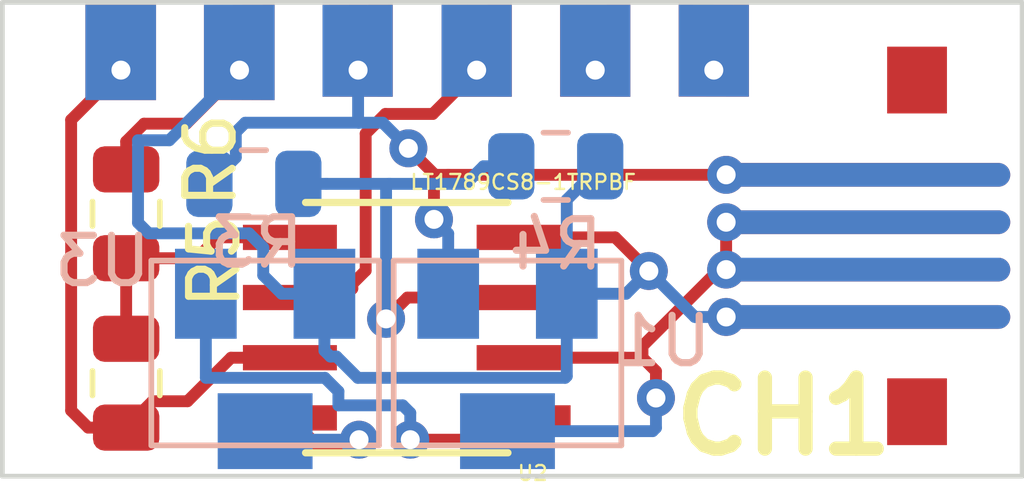
<source format=kicad_pcb>
(kicad_pcb (version 20171130) (host pcbnew "(5.1.0)-1")

  (general
    (thickness 1.6)
    (drawings 43)
    (tracks 140)
    (zones 0)
    (modules 7)
    (nets 10)
  )

  (page A4)
  (layers
    (0 F.Cu signal)
    (31 B.Cu signal)
    (32 B.Adhes user)
    (33 F.Adhes user)
    (34 B.Paste user)
    (35 F.Paste user)
    (36 B.SilkS user)
    (37 F.SilkS user)
    (38 B.Mask user)
    (39 F.Mask user)
    (40 Dwgs.User user)
    (41 Cmts.User user)
    (42 Eco1.User user)
    (43 Eco2.User user)
    (44 Edge.Cuts user)
    (45 Margin user)
    (46 B.CrtYd user)
    (47 F.CrtYd user)
    (48 B.Fab user)
    (49 F.Fab user)
  )

  (setup
    (last_trace_width 0.25)
    (trace_clearance 0.2)
    (zone_clearance 0.508)
    (zone_45_only no)
    (trace_min 0.2)
    (via_size 0.8)
    (via_drill 0.4)
    (via_min_size 0.4)
    (via_min_drill 0.3)
    (uvia_size 0.3)
    (uvia_drill 0.1)
    (uvias_allowed no)
    (uvia_min_size 0.2)
    (uvia_min_drill 0.1)
    (edge_width 0.05)
    (segment_width 0.2)
    (pcb_text_width 0.3)
    (pcb_text_size 1.5 1.5)
    (mod_edge_width 0.12)
    (mod_text_size 1 1)
    (mod_text_width 0.15)
    (pad_size 1.9812 0.5334)
    (pad_drill 0)
    (pad_to_mask_clearance 0.051)
    (solder_mask_min_width 0.25)
    (aux_axis_origin 0 0)
    (visible_elements 7FFFFFFF)
    (pcbplotparams
      (layerselection 0x010fc_ffffffff)
      (usegerberextensions true)
      (usegerberattributes false)
      (usegerberadvancedattributes false)
      (creategerberjobfile false)
      (excludeedgelayer true)
      (linewidth 0.100000)
      (plotframeref false)
      (viasonmask false)
      (mode 1)
      (useauxorigin false)
      (hpglpennumber 1)
      (hpglpenspeed 20)
      (hpglpendiameter 15.000000)
      (psnegative false)
      (psa4output false)
      (plotreference true)
      (plotvalue false)
      (plotinvisibletext false)
      (padsonsilk false)
      (subtractmaskfromsilk false)
      (outputformat 1)
      (mirror false)
      (drillshape 0)
      (scaleselection 1)
      (outputdirectory "gerbers_first/"))
  )

  (net 0 "")
  (net 1 "Net-(U2-Pad8)")
  (net 2 5V)
  (net 3 "Net-(R5-Pad2)")
  (net 4 GND)
  (net 5 "Net-(R3-Pad2)")
  (net 6 "Net-(R1-Pad2)")
  (net 7 "Net-(U2-Pad1)")
  (net 8 1V)
  (net 9 A0)

  (net_class Default "Ceci est la Netclass par défaut."
    (clearance 0.2)
    (trace_width 0.25)
    (via_dia 0.8)
    (via_drill 0.4)
    (uvia_dia 0.3)
    (uvia_drill 0.1)
    (add_net 1V)
    (add_net 5V)
    (add_net A0)
    (add_net GND)
    (add_net "Net-(R1-Pad2)")
    (add_net "Net-(R3-Pad2)")
    (add_net "Net-(R5-Pad2)")
    (add_net "Net-(U2-Pad1)")
    (add_net "Net-(U2-Pad8)")
  )

  (module xMotion:SO-8_S (layer F.Cu) (tedit 0) (tstamp 5D8CE07B)
    (at 138.5262 109.935 180)
    (path /5D8C7368)
    (attr smd)
    (fp_text reference U2 (at -2.6544 -3.0717 180) (layer F.SilkS)
      (effects (font (size 0.314961 0.314961) (thickness 0.05)))
    )
    (fp_text value LT1789CS8-1TRPBF (at -2.4544 3.0717 180) (layer F.SilkS)
      (effects (font (size 0.314961 0.314961) (thickness 0.05)))
    )
    (fp_line (start 2.1336 -2.6416) (end -2.1336 -2.6416) (layer F.SilkS) (width 0.1524))
    (fp_line (start -2.1336 2.6416) (end 2.1336 2.6416) (layer F.SilkS) (width 0.1524))
    (fp_arc (start 0 -2.5019) (end -0.3048 -2.4892) (angle -180) (layer Eco2.User) (width 0.1524))
    (fp_line (start -1.9812 -2.4892) (end -1.9812 2.4892) (layer Eco2.User) (width 0.1524))
    (fp_line (start -0.3048 -2.4892) (end -1.9812 -2.4892) (layer Eco2.User) (width 0.1524))
    (fp_line (start 1.9812 -2.4892) (end -0.3048 -2.4892) (layer Eco2.User) (width 0.1524))
    (fp_line (start 1.9812 2.4892) (end 1.9812 -2.4892) (layer Eco2.User) (width 0.1524))
    (fp_line (start -1.9812 2.4892) (end 1.9812 2.4892) (layer Eco2.User) (width 0.1524))
    (fp_line (start 3.0988 -2.159) (end 1.9812 -2.1336) (layer Eco2.User) (width 0.1524))
    (fp_line (start 3.0988 -1.6764) (end 3.0988 -2.159) (layer Eco2.User) (width 0.1524))
    (fp_line (start 1.9812 -1.6764) (end 3.0988 -1.6764) (layer Eco2.User) (width 0.1524))
    (fp_line (start 1.9812 -2.1336) (end 1.9812 -1.6764) (layer Eco2.User) (width 0.1524))
    (fp_line (start 3.0988 -0.889) (end 1.9812 -0.8636) (layer Eco2.User) (width 0.1524))
    (fp_line (start 3.0988 -0.4064) (end 3.0988 -0.889) (layer Eco2.User) (width 0.1524))
    (fp_line (start 1.9812 -0.4064) (end 3.0988 -0.4064) (layer Eco2.User) (width 0.1524))
    (fp_line (start 1.9812 -0.8636) (end 1.9812 -0.4064) (layer Eco2.User) (width 0.1524))
    (fp_line (start 3.0988 0.381) (end 1.9812 0.4064) (layer Eco2.User) (width 0.1524))
    (fp_line (start 3.0988 0.8636) (end 3.0988 0.381) (layer Eco2.User) (width 0.1524))
    (fp_line (start 1.9812 0.8636) (end 3.0988 0.8636) (layer Eco2.User) (width 0.1524))
    (fp_line (start 1.9812 0.4064) (end 1.9812 0.8636) (layer Eco2.User) (width 0.1524))
    (fp_line (start 3.0988 1.651) (end 1.9812 1.6764) (layer Eco2.User) (width 0.1524))
    (fp_line (start 3.0988 2.1336) (end 3.0988 1.651) (layer Eco2.User) (width 0.1524))
    (fp_line (start 1.9812 2.1336) (end 3.0988 2.1336) (layer Eco2.User) (width 0.1524))
    (fp_line (start 1.9812 1.6764) (end 1.9812 2.1336) (layer Eco2.User) (width 0.1524))
    (fp_line (start -3.0988 2.159) (end -1.9812 2.1336) (layer Eco2.User) (width 0.1524))
    (fp_line (start -3.0988 1.6764) (end -3.0988 2.159) (layer Eco2.User) (width 0.1524))
    (fp_line (start -1.9812 1.6764) (end -3.0988 1.6764) (layer Eco2.User) (width 0.1524))
    (fp_line (start -1.9812 2.1336) (end -1.9812 1.6764) (layer Eco2.User) (width 0.1524))
    (fp_line (start -3.0988 0.889) (end -1.9812 0.8636) (layer Eco2.User) (width 0.1524))
    (fp_line (start -3.0988 0.4064) (end -3.0988 0.889) (layer Eco2.User) (width 0.1524))
    (fp_line (start -1.9812 0.4064) (end -3.0988 0.4064) (layer Eco2.User) (width 0.1524))
    (fp_line (start -1.9812 0.8636) (end -1.9812 0.4064) (layer Eco2.User) (width 0.1524))
    (fp_line (start -3.0988 -0.381) (end -1.9812 -0.4064) (layer Eco2.User) (width 0.1524))
    (fp_line (start -3.0988 -0.8636) (end -3.0988 -0.381) (layer Eco2.User) (width 0.1524))
    (fp_line (start -1.9812 -0.8636) (end -3.0988 -0.8636) (layer Eco2.User) (width 0.1524))
    (fp_line (start -1.9812 -0.4064) (end -1.9812 -0.8636) (layer Eco2.User) (width 0.1524))
    (fp_line (start -3.0988 -1.651) (end -1.9812 -1.6764) (layer Eco2.User) (width 0.1524))
    (fp_line (start -3.0988 -2.1336) (end -3.0988 -1.651) (layer Eco2.User) (width 0.1524))
    (fp_line (start -1.9812 -2.1336) (end -3.0988 -2.1336) (layer Eco2.User) (width 0.1524))
    (fp_line (start -1.9812 -1.6764) (end -1.9812 -2.1336) (layer Eco2.User) (width 0.1524))
    (pad 8 smd rect (at 2.4638 -1.905 180) (size 1.9812 0.5334) (layers F.Cu F.Paste F.Mask)
      (net 1 "Net-(U2-Pad8)"))
    (pad 7 smd rect (at 2.4638 -0.635 180) (size 1.9812 0.5334) (layers F.Cu F.Paste F.Mask)
      (net 2 5V))
    (pad 6 smd rect (at 2.4638 0.635 180) (size 1.9812 0.5334) (layers F.Cu F.Paste F.Mask)
      (net 9 A0))
    (pad 5 smd rect (at 2.4638 1.905 180) (size 1.9812 0.5334) (layers F.Cu F.Paste F.Mask)
      (net 3 "Net-(R5-Pad2)"))
    (pad 4 smd rect (at -2.4638 1.905 180) (size 1.9812 0.5334) (layers F.Cu F.Paste F.Mask)
      (net 4 GND))
    (pad 3 smd rect (at -2.4638 0.635 180) (size 1.9812 0.5334) (layers F.Cu F.Paste F.Mask)
      (net 5 "Net-(R3-Pad2)"))
    (pad 2 smd rect (at -2.4638 -0.635 180) (size 1.9812 0.5334) (layers F.Cu F.Paste F.Mask)
      (net 6 "Net-(R1-Pad2)"))
    (pad 1 smd rect (at -2.4638 -1.905 180) (size 1.9812 0.5334) (layers F.Cu F.Paste F.Mask)
      (net 7 "Net-(U2-Pad1)"))
  )

  (module xMotion:3214W-1-102E (layer B.Cu) (tedit 5D81FF2A) (tstamp 5D8CC99C)
    (at 135.54 112.12 90)
    (path /5D8C7B7F)
    (fp_text reference U3 (at 3.59 -3.43) (layer B.SilkS)
      (effects (font (size 1 1) (thickness 0.15)) (justify mirror))
    )
    (fp_text value 3214W-1-102E (at 5.49 0.82 180) (layer B.Fab)
      (effects (font (size 1 1) (thickness 0.15)) (justify mirror))
    )
    (fp_line (start -0.3 -2.4) (end 3.6 -2.4) (layer B.SilkS) (width 0.12))
    (fp_line (start 3.6 2.4) (end 3.6 -2.4) (layer B.SilkS) (width 0.12))
    (fp_line (start -0.3 -2.4) (end -0.3 2.4) (layer B.SilkS) (width 0.12))
    (fp_line (start -0.3 2.4) (end 3.6 2.4) (layer B.SilkS) (width 0.12))
    (pad 3 smd rect (at 2.9 -1.25 90) (size 1.9 1.3) (layers B.Cu B.Paste B.Mask)
      (net 7 "Net-(U2-Pad1)"))
    (pad 2 smd rect (at 2.9 1.25 90) (size 1.9 1.3) (layers B.Cu B.Paste B.Mask)
      (net 4 GND))
    (pad 1 smd rect (at 0 0 90) (size 1.6 2) (layers B.Cu B.Paste B.Mask)
      (net 1 "Net-(U2-Pad8)"))
  )

  (module Resistor_SMD:R_0805_2012Metric (layer F.Cu) (tedit 5B36C52B) (tstamp 5D8CCC45)
    (at 132.61 107.5325 90)
    (descr "Resistor SMD 0805 (2012 Metric), square (rectangular) end terminal, IPC_7351 nominal, (Body size source: https://docs.google.com/spreadsheets/d/1BsfQQcO9C6DZCsRaXUlFlo91Tg2WpOkGARC1WS5S8t0/edit?usp=sharing), generated with kicad-footprint-generator")
    (tags resistor)
    (path /5D8CAAFC)
    (attr smd)
    (fp_text reference R6 (at 1.1275 1.78 90) (layer F.SilkS)
      (effects (font (size 1 1) (thickness 0.15)))
    )
    (fp_text value 1k (at 0 1.65 90) (layer F.Fab)
      (effects (font (size 1 1) (thickness 0.15)))
    )
    (fp_text user %R (at 0 0 90) (layer F.Fab)
      (effects (font (size 0.5 0.5) (thickness 0.08)))
    )
    (fp_line (start 1.68 0.95) (end -1.68 0.95) (layer F.CrtYd) (width 0.05))
    (fp_line (start 1.68 -0.95) (end 1.68 0.95) (layer F.CrtYd) (width 0.05))
    (fp_line (start -1.68 -0.95) (end 1.68 -0.95) (layer F.CrtYd) (width 0.05))
    (fp_line (start -1.68 0.95) (end -1.68 -0.95) (layer F.CrtYd) (width 0.05))
    (fp_line (start -0.258578 0.71) (end 0.258578 0.71) (layer F.SilkS) (width 0.12))
    (fp_line (start -0.258578 -0.71) (end 0.258578 -0.71) (layer F.SilkS) (width 0.12))
    (fp_line (start 1 0.6) (end -1 0.6) (layer F.Fab) (width 0.1))
    (fp_line (start 1 -0.6) (end 1 0.6) (layer F.Fab) (width 0.1))
    (fp_line (start -1 -0.6) (end 1 -0.6) (layer F.Fab) (width 0.1))
    (fp_line (start -1 0.6) (end -1 -0.6) (layer F.Fab) (width 0.1))
    (pad 2 smd roundrect (at 0.9375 0 90) (size 0.975 1.4) (layers F.Cu F.Paste F.Mask) (roundrect_rratio 0.25)
      (net 4 GND))
    (pad 1 smd roundrect (at -0.9375 0 90) (size 0.975 1.4) (layers F.Cu F.Paste F.Mask) (roundrect_rratio 0.25)
      (net 3 "Net-(R5-Pad2)"))
    (model ${KISYS3DMOD}/Resistor_SMD.3dshapes/R_0805_2012Metric.wrl
      (at (xyz 0 0 0))
      (scale (xyz 1 1 1))
      (rotate (xyz 0 0 0))
    )
  )

  (module Resistor_SMD:R_0805_2012Metric (layer F.Cu) (tedit 5B36C52B) (tstamp 5D8CDD1A)
    (at 132.61 111.1075 90)
    (descr "Resistor SMD 0805 (2012 Metric), square (rectangular) end terminal, IPC_7351 nominal, (Body size source: https://docs.google.com/spreadsheets/d/1BsfQQcO9C6DZCsRaXUlFlo91Tg2WpOkGARC1WS5S8t0/edit?usp=sharing), generated with kicad-footprint-generator")
    (tags resistor)
    (path /5D8CB1F5)
    (attr smd)
    (fp_text reference R5 (at 2.5725 1.86 90) (layer F.SilkS)
      (effects (font (size 1 1) (thickness 0.15)))
    )
    (fp_text value 1k (at 0 1.65 90) (layer F.Fab)
      (effects (font (size 1 1) (thickness 0.15)))
    )
    (fp_text user %R (at 0 0 90) (layer F.Fab)
      (effects (font (size 0.5 0.5) (thickness 0.08)))
    )
    (fp_line (start 1.68 0.95) (end -1.68 0.95) (layer F.CrtYd) (width 0.05))
    (fp_line (start 1.68 -0.95) (end 1.68 0.95) (layer F.CrtYd) (width 0.05))
    (fp_line (start -1.68 -0.95) (end 1.68 -0.95) (layer F.CrtYd) (width 0.05))
    (fp_line (start -1.68 0.95) (end -1.68 -0.95) (layer F.CrtYd) (width 0.05))
    (fp_line (start -0.258578 0.71) (end 0.258578 0.71) (layer F.SilkS) (width 0.12))
    (fp_line (start -0.258578 -0.71) (end 0.258578 -0.71) (layer F.SilkS) (width 0.12))
    (fp_line (start 1 0.6) (end -1 0.6) (layer F.Fab) (width 0.1))
    (fp_line (start 1 -0.6) (end 1 0.6) (layer F.Fab) (width 0.1))
    (fp_line (start -1 -0.6) (end 1 -0.6) (layer F.Fab) (width 0.1))
    (fp_line (start -1 0.6) (end -1 -0.6) (layer F.Fab) (width 0.1))
    (pad 2 smd roundrect (at 0.9375 0 90) (size 0.975 1.4) (layers F.Cu F.Paste F.Mask) (roundrect_rratio 0.25)
      (net 3 "Net-(R5-Pad2)"))
    (pad 1 smd roundrect (at -0.9375 0 90) (size 0.975 1.4) (layers F.Cu F.Paste F.Mask) (roundrect_rratio 0.25)
      (net 2 5V))
    (model ${KISYS3DMOD}/Resistor_SMD.3dshapes/R_0805_2012Metric.wrl
      (at (xyz 0 0 0))
      (scale (xyz 1 1 1))
      (rotate (xyz 0 0 0))
    )
  )

  (module Resistor_SMD:R_0805_2012Metric (layer B.Cu) (tedit 5B36C52B) (tstamp 5D8CCC23)
    (at 141.6675 106.53)
    (descr "Resistor SMD 0805 (2012 Metric), square (rectangular) end terminal, IPC_7351 nominal, (Body size source: https://docs.google.com/spreadsheets/d/1BsfQQcO9C6DZCsRaXUlFlo91Tg2WpOkGARC1WS5S8t0/edit?usp=sharing), generated with kicad-footprint-generator")
    (tags resistor)
    (path /5D8CA15B)
    (attr smd)
    (fp_text reference R4 (at 0 1.65) (layer B.SilkS)
      (effects (font (size 1 1) (thickness 0.15)) (justify mirror))
    )
    (fp_text value 350 (at 0 -1.65) (layer B.Fab)
      (effects (font (size 1 1) (thickness 0.15)) (justify mirror))
    )
    (fp_line (start -1 -0.6) (end -1 0.6) (layer B.Fab) (width 0.1))
    (fp_line (start -1 0.6) (end 1 0.6) (layer B.Fab) (width 0.1))
    (fp_line (start 1 0.6) (end 1 -0.6) (layer B.Fab) (width 0.1))
    (fp_line (start 1 -0.6) (end -1 -0.6) (layer B.Fab) (width 0.1))
    (fp_line (start -0.258578 0.71) (end 0.258578 0.71) (layer B.SilkS) (width 0.12))
    (fp_line (start -0.258578 -0.71) (end 0.258578 -0.71) (layer B.SilkS) (width 0.12))
    (fp_line (start -1.68 -0.95) (end -1.68 0.95) (layer B.CrtYd) (width 0.05))
    (fp_line (start -1.68 0.95) (end 1.68 0.95) (layer B.CrtYd) (width 0.05))
    (fp_line (start 1.68 0.95) (end 1.68 -0.95) (layer B.CrtYd) (width 0.05))
    (fp_line (start 1.68 -0.95) (end -1.68 -0.95) (layer B.CrtYd) (width 0.05))
    (fp_text user %R (at 0 0) (layer B.Fab)
      (effects (font (size 0.5 0.5) (thickness 0.08)) (justify mirror))
    )
    (pad 1 smd roundrect (at -0.9375 0) (size 0.975 1.4) (layers B.Cu B.Paste B.Mask) (roundrect_rratio 0.25)
      (net 5 "Net-(R3-Pad2)"))
    (pad 2 smd roundrect (at 0.9375 0) (size 0.975 1.4) (layers B.Cu B.Paste B.Mask) (roundrect_rratio 0.25)
      (net 4 GND))
    (model ${KISYS3DMOD}/Resistor_SMD.3dshapes/R_0805_2012Metric.wrl
      (at (xyz 0 0 0))
      (scale (xyz 1 1 1))
      (rotate (xyz 0 0 0))
    )
  )

  (module Resistor_SMD:R_0805_2012Metric (layer B.Cu) (tedit 5B36C52B) (tstamp 5D8CCC12)
    (at 135.3025 106.9)
    (descr "Resistor SMD 0805 (2012 Metric), square (rectangular) end terminal, IPC_7351 nominal, (Body size source: https://docs.google.com/spreadsheets/d/1BsfQQcO9C6DZCsRaXUlFlo91Tg2WpOkGARC1WS5S8t0/edit?usp=sharing), generated with kicad-footprint-generator")
    (tags resistor)
    (path /5D8C983F)
    (attr smd)
    (fp_text reference R3 (at 0.0575 1.24) (layer B.SilkS)
      (effects (font (size 1 1) (thickness 0.15)) (justify mirror))
    )
    (fp_text value 350 (at 0 -1.65) (layer B.Fab)
      (effects (font (size 1 1) (thickness 0.15)) (justify mirror))
    )
    (fp_text user %R (at 0 0) (layer B.Fab)
      (effects (font (size 0.5 0.5) (thickness 0.08)) (justify mirror))
    )
    (fp_line (start 1.68 -0.95) (end -1.68 -0.95) (layer B.CrtYd) (width 0.05))
    (fp_line (start 1.68 0.95) (end 1.68 -0.95) (layer B.CrtYd) (width 0.05))
    (fp_line (start -1.68 0.95) (end 1.68 0.95) (layer B.CrtYd) (width 0.05))
    (fp_line (start -1.68 -0.95) (end -1.68 0.95) (layer B.CrtYd) (width 0.05))
    (fp_line (start -0.258578 -0.71) (end 0.258578 -0.71) (layer B.SilkS) (width 0.12))
    (fp_line (start -0.258578 0.71) (end 0.258578 0.71) (layer B.SilkS) (width 0.12))
    (fp_line (start 1 -0.6) (end -1 -0.6) (layer B.Fab) (width 0.1))
    (fp_line (start 1 0.6) (end 1 -0.6) (layer B.Fab) (width 0.1))
    (fp_line (start -1 0.6) (end 1 0.6) (layer B.Fab) (width 0.1))
    (fp_line (start -1 -0.6) (end -1 0.6) (layer B.Fab) (width 0.1))
    (pad 2 smd roundrect (at 0.9375 0) (size 0.975 1.4) (layers B.Cu B.Paste B.Mask) (roundrect_rratio 0.25)
      (net 5 "Net-(R3-Pad2)"))
    (pad 1 smd roundrect (at -0.9375 0) (size 0.975 1.4) (layers B.Cu B.Paste B.Mask) (roundrect_rratio 0.25)
      (net 8 1V))
    (model ${KISYS3DMOD}/Resistor_SMD.3dshapes/R_0805_2012Metric.wrl
      (at (xyz 0 0 0))
      (scale (xyz 1 1 1))
      (rotate (xyz 0 0 0))
    )
  )

  (module xMotion:3214W-1-102E (layer B.Cu) (tedit 5D81FF2A) (tstamp 5D8CD1A7)
    (at 140.65 112.12 90)
    (path /5D8C87CE)
    (fp_text reference U1 (at 1.9 3.28 180) (layer B.SilkS)
      (effects (font (size 1 1) (thickness 0.15)) (justify mirror))
    )
    (fp_text value 3214W-1-102E (at -0.32 4.32) (layer B.Fab)
      (effects (font (size 1 1) (thickness 0.15)) (justify mirror))
    )
    (fp_line (start -0.3 -2.4) (end 3.6 -2.4) (layer B.SilkS) (width 0.12))
    (fp_line (start 3.6 2.4) (end 3.6 -2.4) (layer B.SilkS) (width 0.12))
    (fp_line (start -0.3 -2.4) (end -0.3 2.4) (layer B.SilkS) (width 0.12))
    (fp_line (start -0.3 2.4) (end 3.6 2.4) (layer B.SilkS) (width 0.12))
    (pad 3 smd rect (at 2.9 -1.25 90) (size 1.9 1.3) (layers B.Cu B.Paste B.Mask)
      (net 8 1V))
    (pad 2 smd rect (at 2.9 1.25 90) (size 1.9 1.3) (layers B.Cu B.Paste B.Mask)
      (net 4 GND))
    (pad 1 smd rect (at 0 0 90) (size 1.6 2) (layers B.Cu B.Paste B.Mask)
      (net 6 "Net-(R1-Pad2)"))
  )

  (gr_poly (pts (xy 148.66 104.01) (xy 149.91 104.01) (xy 149.91 105.41) (xy 148.66 105.41)) (layer F.Cu) (width 0.01) (tstamp 5D9C8DFD))
  (gr_poly (pts (xy 148.66 112.41) (xy 149.91 112.41) (xy 149.91 111.01) (xy 148.66 111.01)) (layer F.Cu) (width 0.01) (tstamp 5D9C8DF8))
  (gr_poly (pts (xy 144.26 103.1175) (xy 145.74 103.12) (xy 145.74 105.06) (xy 144.26 105.0575)) (layer B.Cu) (width 0.0001) (tstamp 5D9C8378))
  (gr_poly (pts (xy 144.26 105.06) (xy 145.74 105.06) (xy 145.74 103.12) (xy 144.26 103.12)) (layer F.Cu) (width 0.0001) (tstamp 5D9C834F))
  (gr_poly (pts (xy 141.76 103.12) (xy 143.24 103.12) (xy 143.24 105.0625) (xy 141.76 105.06)) (layer B.Cu) (width 0.0001) (tstamp 5D9C8341))
  (gr_poly (pts (xy 141.76 105.0625) (xy 143.24 105.0625) (xy 143.24 103.12) (xy 141.76 103.1225)) (layer F.Cu) (width 0.0001) (tstamp 5D9C8334))
  (gr_poly (pts (xy 139.26 103.12) (xy 140.74 103.12) (xy 140.74 105.0625) (xy 139.26 105.06)) (layer B.Cu) (width 0.0001) (tstamp 5D9C8325))
  (gr_poly (pts (xy 139.26 105.0625) (xy 140.74 105.0625) (xy 140.74 103.12) (xy 139.26 103.1225)) (layer F.Cu) (width 0.0001) (tstamp 5D9C831E))
  (gr_poly (pts (xy 136.75 103.1225) (xy 138.23 103.12) (xy 138.23 105.0625) (xy 136.75 105.06)) (layer B.Cu) (width 0.0001) (tstamp 5D9C82FB))
  (gr_poly (pts (xy 136.75 105.06) (xy 138.23 105.0625) (xy 138.23 103.12) (xy 136.75 103.1225)) (layer F.Cu) (width 0.0001) (tstamp 5D9C82F6))
  (gr_poly (pts (xy 134.25 103.12) (xy 135.74 103.12) (xy 135.74 105.1325) (xy 134.25 105.1275)) (layer B.Cu) (width 0.0001) (tstamp 5D9C82F0))
  (gr_poly (pts (xy 134.25 105.1325) (xy 135.74 105.1325) (xy 135.74 103.12) (xy 134.25 103.125)) (layer F.Cu) (width 0.0001) (tstamp 5D9C82EA))
  (gr_poly (pts (xy 131.75 103.12) (xy 133.24 103.12) (xy 133.24 105.1325) (xy 131.75 105.1325)) (layer B.Cu) (width 0.0001) (tstamp 5D9C82E3))
  (gr_poly (pts (xy 131.75 105.1325) (xy 133.24 105.1325) (xy 133.24 103.12) (xy 131.75 103.12)) (layer F.Cu) (width 0.0001) (tstamp 5D9C82C1))
  (gr_line (start 145.26 109.71) (end 151 109.71) (layer F.Mask) (width 0.5) (tstamp 5D9C820B))
  (gr_line (start 145.26 109.71) (end 151 109.71) (layer B.Mask) (width 0.5) (tstamp 5D9C8207))
  (gr_line (start 145.26 108.71) (end 151 108.71) (layer B.Mask) (width 0.5) (tstamp 5D9C81E9))
  (gr_line (start 145.26 108.71) (end 151 108.71) (layer F.Mask) (width 0.5) (tstamp 5D9C81D8))
  (gr_line (start 145.26 107.71) (end 151 107.71) (layer F.Mask) (width 0.5) (tstamp 5D9C81BF))
  (gr_line (start 145.26 107.71) (end 151 107.71) (layer B.Mask) (width 0.5) (tstamp 5D9C81A4))
  (gr_line (start 145.26 106.71) (end 151 106.71) (layer B.Mask) (width 0.5) (tstamp 5D9C818A))
  (gr_line (start 145.26 106.71) (end 151 106.71) (layer F.Mask) (width 0.5))
  (gr_poly (pts (xy 148.66 112.41) (xy 149.91 112.41) (xy 149.91 111.01) (xy 148.66 111.01)) (layer B.Mask) (width 0.01) (tstamp 5D9C80EB))
  (gr_poly (pts (xy 148.66 104.01) (xy 149.91 104.01) (xy 149.91 105.41) (xy 148.66 105.41)) (layer F.Mask) (width 0.01) (tstamp 5D9C80D9))
  (gr_text CH1 (at 146.47 111.81) (layer F.SilkS)
    (effects (font (size 1.5 1.5) (thickness 0.3)))
  )
  (gr_poly (pts (xy 144.26 105.06) (xy 145.74 105.06) (xy 145.74 103.12) (xy 144.26 103.12)) (layer F.Mask) (width 0.0001) (tstamp 5D9B52E5))
  (gr_poly (pts (xy 144.26 103.1175) (xy 145.74 103.1175) (xy 145.74 105.06) (xy 144.26 105.0575)) (layer B.Mask) (width 0.0001) (tstamp 5D9B52CC))
  (gr_poly (pts (xy 141.76 105.0625) (xy 143.24 105.0625) (xy 143.24 103.12) (xy 141.76 103.1225)) (layer F.Mask) (width 0.0001) (tstamp 5D9B52C2))
  (gr_poly (pts (xy 141.76 103.12) (xy 143.24 103.12) (xy 143.24 105.0625) (xy 141.76 105.06)) (layer B.Mask) (width 0.0001) (tstamp 5D9B52B2))
  (gr_poly (pts (xy 139.26 105.0625) (xy 140.74 105.0625) (xy 140.74 103.12) (xy 139.26 103.1225)) (layer F.Mask) (width 0.0001) (tstamp 5D9B52A7))
  (gr_poly (pts (xy 139.26 103.12) (xy 140.74 103.12) (xy 140.74 105.0625) (xy 139.26 105.06)) (layer B.Mask) (width 0.0001) (tstamp 5D9B5294))
  (gr_poly (pts (xy 136.75 105.06) (xy 138.23 105.0625) (xy 138.23 103.12) (xy 136.75 103.1225)) (layer F.Mask) (width 0.0001) (tstamp 5D9B5258))
  (gr_poly (pts (xy 136.75 103.12) (xy 138.23 103.12) (xy 138.23 105.0625) (xy 136.75 105.06)) (layer B.Mask) (width 0.0001) (tstamp 5D9B51F6))
  (gr_poly (pts (xy 134.25 105.1325) (xy 135.74 105.1325) (xy 135.74 103.12) (xy 134.25 103.125)) (layer F.Mask) (width 0.0001) (tstamp 5D9B51EA))
  (gr_poly (pts (xy 134.25 103.12) (xy 135.74 103.12) (xy 135.74 105.1325) (xy 134.25 105.1275)) (layer B.Mask) (width 0.0001) (tstamp 5D9B51D3))
  (gr_poly (pts (xy 131.75 105.1325) (xy 133.24 105.1325) (xy 133.24 103.12) (xy 131.75 103.12)) (layer F.Mask) (width 0.0001) (tstamp 5D9B51AD))
  (gr_poly (pts (xy 131.75 103.12) (xy 133.24 103.12) (xy 133.24 105.1325) (xy 131.75 105.1275)) (layer B.Mask) (width 0.0001))
  (gr_poly (pts (xy 148.66 104.01) (xy 149.91 104.01) (xy 149.91 105.41) (xy 148.66 105.41)) (layer B.Mask) (width 0.01) (tstamp 5D92332E))
  (gr_poly (pts (xy 148.66 111.01) (xy 149.91 111.01) (xy 149.91 112.41) (xy 148.66 112.41)) (layer F.Mask) (width 0.01) (tstamp 5D8D1AC6))
  (gr_line (start 130 113.07) (end 130 103.07) (layer Edge.Cuts) (width 0.1))
  (gr_line (start 151.5 113.07) (end 130 113.07) (layer Edge.Cuts) (width 0.1))
  (gr_line (start 151.5 103.07) (end 151.5 113.07) (layer Edge.Cuts) (width 0.1))
  (gr_line (start 130 103.07) (end 151.5 103.07) (layer Edge.Cuts) (width 0.1))

  (via (at 145 104.5) (size 0.8) (drill 0.4) (layers F.Cu B.Cu) (net 0) (tstamp 5D97A11A))
  (via (at 142.5 104.5) (size 0.8) (drill 0.4) (layers F.Cu B.Cu) (net 0))
  (via (at 137.52 112.3) (size 0.8) (drill 0.4) (layers F.Cu B.Cu) (net 1))
  (segment (start 136.7324 112.51) (end 136.0624 111.84) (width 0.25) (layer F.Cu) (net 1))
  (segment (start 137.49 112.51) (end 136.7324 112.51) (width 0.25) (layer F.Cu) (net 1))
  (segment (start 135.72 112.3) (end 135.54 112.12) (width 0.25) (layer B.Cu) (net 1))
  (segment (start 137.52 112.3) (end 135.72 112.3) (width 0.25) (layer B.Cu) (net 1))
  (via (at 132.5 104.5) (size 0.8) (drill 0.4) (layers F.Cu B.Cu) (net 2))
  (segment (start 136.0624 110.57) (end 136.7863 110.57) (width 0.25) (layer F.Cu) (net 2))
  (segment (start 133.903037 111.488763) (end 134.8218 110.57) (width 0.25) (layer F.Cu) (net 2))
  (segment (start 133.166237 111.488763) (end 133.903037 111.488763) (width 0.25) (layer F.Cu) (net 2))
  (segment (start 132.61 112.045) (end 133.166237 111.488763) (width 0.25) (layer F.Cu) (net 2))
  (segment (start 134.8218 110.57) (end 136.0624 110.57) (width 0.25) (layer F.Cu) (net 2))
  (segment (start 131.45 105.55) (end 132.5 104.5) (width 0.25) (layer F.Cu) (net 2))
  (segment (start 131.45 111.685) (end 131.45 105.55) (width 0.25) (layer F.Cu) (net 2))
  (segment (start 132.61 112.045) (end 131.81 112.045) (width 0.25) (layer F.Cu) (net 2))
  (segment (start 131.81 112.045) (end 131.45 111.685) (width 0.25) (layer F.Cu) (net 2))
  (segment (start 132.61 110.17) (end 132.61 108.47) (width 0.25) (layer F.Cu) (net 3))
  (segment (start 132.61 108.47) (end 134.1 108.47) (width 0.25) (layer F.Cu) (net 3))
  (segment (start 134.54 108.03) (end 136.0624 108.03) (width 0.25) (layer F.Cu) (net 3))
  (segment (start 134.1 108.47) (end 134.54 108.03) (width 0.25) (layer F.Cu) (net 3))
  (via (at 135 104.5) (size 0.8) (drill 0.4) (layers F.Cu B.Cu) (net 4))
  (via (at 143.63 108.74) (size 0.8) (drill 0.4) (layers F.Cu B.Cu) (net 4))
  (segment (start 145.26 109.71) (end 151 109.71) (width 0.5) (layer F.Cu) (net 4) (tstamp 5D8CD0FF))
  (segment (start 140.99 108.03) (end 141.53 108.03) (width 0.25) (layer F.Cu) (net 4))
  (segment (start 140.99 108.03) (end 141.31 108.03) (width 0.25) (layer F.Cu) (net 4))
  (segment (start 145.26 109.71) (end 151 109.71) (width 0.5) (layer B.Cu) (net 4) (tstamp 5D92169E))
  (via (at 145.26 109.71) (size 0.8) (drill 0.4) (layers F.Cu B.Cu) (net 4))
  (segment (start 141.74 109.22) (end 141.49 109.22) (width 0.25) (layer B.Cu) (net 4))
  (segment (start 141.9 109.22) (end 142.8 109.22) (width 0.25) (layer B.Cu) (net 4))
  (segment (start 142.92 108.03) (end 140.99 108.03) (width 0.25) (layer F.Cu) (net 4))
  (segment (start 143.63 108.74) (end 142.92 108.03) (width 0.25) (layer F.Cu) (net 4))
  (segment (start 143.15 109.22) (end 143.63 108.74) (width 0.25) (layer B.Cu) (net 4))
  (segment (start 141.9 109.22) (end 143.15 109.22) (width 0.25) (layer B.Cu) (net 4))
  (segment (start 144.6 109.71) (end 143.63 108.74) (width 0.25) (layer B.Cu) (net 4))
  (segment (start 144.694315 109.71) (end 144.6 109.71) (width 0.25) (layer B.Cu) (net 4))
  (segment (start 145.26 109.71) (end 144.694315 109.71) (width 0.25) (layer B.Cu) (net 4))
  (segment (start 142.095 109.025) (end 141.9 109.22) (width 0.25) (layer B.Cu) (net 4))
  (segment (start 136.79 109.22) (end 136.79 109.25) (width 0.25) (layer B.Cu) (net 4))
  (segment (start 136.914989 110.544989) (end 137.044989 110.544989) (width 0.25) (layer B.Cu) (net 4))
  (segment (start 136.79 109.22) (end 136.79 110.42) (width 0.25) (layer B.Cu) (net 4))
  (segment (start 136.79 110.42) (end 136.914989 110.544989) (width 0.25) (layer B.Cu) (net 4))
  (segment (start 137.494999 110.994999) (end 141.865001 110.994999) (width 0.25) (layer B.Cu) (net 4))
  (segment (start 137.044989 110.544989) (end 137.494999 110.994999) (width 0.25) (layer B.Cu) (net 4))
  (segment (start 141.9 110.96) (end 141.9 109.22) (width 0.25) (layer B.Cu) (net 4))
  (segment (start 141.865001 110.994999) (end 141.9 110.96) (width 0.25) (layer B.Cu) (net 4))
  (segment (start 141.9 107.235) (end 141.9 109.22) (width 0.25) (layer B.Cu) (net 4))
  (segment (start 142.605 106.53) (end 141.9 107.235) (width 0.25) (layer B.Cu) (net 4))
  (segment (start 132.61 106.595) (end 132.61 106.0075) (width 0.25) (layer F.Cu) (net 4))
  (segment (start 134.600001 104.899999) (end 134.600001 104.909999) (width 0.25) (layer F.Cu) (net 4))
  (segment (start 135 104.5) (end 134.600001 104.899999) (width 0.25) (layer F.Cu) (net 4))
  (segment (start 134.600001 104.909999) (end 133.88 105.63) (width 0.25) (layer F.Cu) (net 4))
  (segment (start 132.9875 105.63) (end 132.61 106.0075) (width 0.25) (layer F.Cu) (net 4))
  (segment (start 133.88 105.63) (end 132.9875 105.63) (width 0.25) (layer F.Cu) (net 4))
  (segment (start 133.52 105.98) (end 135 104.5) (width 0.25) (layer B.Cu) (net 4))
  (segment (start 132.86 105.98) (end 133.52 105.98) (width 0.25) (layer B.Cu) (net 4))
  (segment (start 132.86 107.72) (end 132.86 105.98) (width 0.25) (layer B.Cu) (net 4))
  (segment (start 135.89 109.22) (end 135.5 108.83) (width 0.25) (layer B.Cu) (net 4))
  (segment (start 136.79 109.22) (end 135.89 109.22) (width 0.25) (layer B.Cu) (net 4))
  (segment (start 135.5 108.83) (end 135.5 108.244998) (width 0.25) (layer B.Cu) (net 4))
  (segment (start 135.5 108.244998) (end 135.200001 107.944999) (width 0.25) (layer B.Cu) (net 4))
  (segment (start 135.200001 107.944999) (end 133.084999 107.944999) (width 0.25) (layer B.Cu) (net 4))
  (segment (start 133.084999 107.944999) (end 132.86 107.72) (width 0.25) (layer B.Cu) (net 4))
  (via (at 138.09 109.75) (size 0.8) (drill 0.4) (layers F.Cu B.Cu) (net 5))
  (segment (start 141.7139 109.3) (end 140.99 109.3) (width 0.25) (layer F.Cu) (net 5))
  (segment (start 136.24 106.9) (end 136.26 106.88) (width 0.25) (layer B.Cu) (net 5))
  (segment (start 136.8275 106.9) (end 136.24 106.9) (width 0.25) (layer B.Cu) (net 5))
  (segment (start 140.1425 106.53) (end 139.7725 106.9) (width 0.25) (layer B.Cu) (net 5))
  (segment (start 140.73 106.53) (end 140.1425 106.53) (width 0.25) (layer B.Cu) (net 5))
  (segment (start 138.54 109.3) (end 138.09 109.75) (width 0.25) (layer F.Cu) (net 5))
  (segment (start 140.99 109.3) (end 138.54 109.3) (width 0.25) (layer F.Cu) (net 5))
  (segment (start 138.09 106.97) (end 138.16 106.9) (width 0.25) (layer B.Cu) (net 5))
  (segment (start 138.09 109.75) (end 138.09 106.97) (width 0.25) (layer B.Cu) (net 5))
  (segment (start 139.7725 106.9) (end 138.16 106.9) (width 0.25) (layer B.Cu) (net 5))
  (segment (start 138.16 106.9) (end 136.8275 106.9) (width 0.25) (layer B.Cu) (net 5))
  (via (at 143.78 111.42) (size 0.8) (drill 0.4) (layers F.Cu B.Cu) (net 6))
  (segment (start 145.26 108.71) (end 151 108.71) (width 0.5) (layer F.Cu) (net 6) (tstamp 5D8CD0F4))
  (segment (start 145.26 107.71) (end 151 107.71) (width 0.5) (layer F.Cu) (net 6) (tstamp 5D8CD0E5))
  (segment (start 145.26 107.71) (end 151 107.71) (width 0.5) (layer B.Cu) (net 6) (tstamp 5D921695))
  (segment (start 145.26 108.71) (end 151 108.71) (width 0.5) (layer B.Cu) (net 6) (tstamp 5D92169A))
  (via (at 145.26 107.71) (size 0.8) (drill 0.4) (layers F.Cu B.Cu) (net 6))
  (via (at 145.26 108.71) (size 0.8) (drill 0.4) (layers F.Cu B.Cu) (net 6))
  (segment (start 141.065 110.495) (end 140.99 110.57) (width 0.25) (layer F.Cu) (net 6))
  (segment (start 140.99 110.57) (end 142.84 110.57) (width 0.25) (layer F.Cu) (net 6))
  (segment (start 142.2306 110.57) (end 140.99 110.57) (width 0.25) (layer F.Cu) (net 6))
  (segment (start 143.12 110.57) (end 142.2306 110.57) (width 0.25) (layer F.Cu) (net 6))
  (segment (start 143.495685 110.57) (end 142.84 110.57) (width 0.25) (layer F.Cu) (net 6))
  (segment (start 143.78 111.42) (end 143.78 110.854315) (width 0.25) (layer F.Cu) (net 6))
  (segment (start 143.78 112.05) (end 143.78 111.42) (width 0.25) (layer B.Cu) (net 6))
  (segment (start 140.49 112.12) (end 143.71 112.12) (width 0.25) (layer B.Cu) (net 6))
  (segment (start 143.71 112.12) (end 143.78 112.05) (width 0.25) (layer B.Cu) (net 6))
  (segment (start 145.26 107.71) (end 145.26 108.71) (width 0.25) (layer F.Cu) (net 6))
  (segment (start 145.26 108.71) (end 145.11 108.71) (width 0.25) (layer F.Cu) (net 6))
  (segment (start 143.78 110.854315) (end 143.495685 110.57) (width 0.25) (layer F.Cu) (net 6))
  (segment (start 143.495685 110.324315) (end 143.495685 110.57) (width 0.25) (layer F.Cu) (net 6))
  (segment (start 145.11 108.71) (end 143.495685 110.324315) (width 0.25) (layer F.Cu) (net 6))
  (segment (start 134.29 109.22) (end 134.29 109.52) (width 0.25) (layer B.Cu) (net 7))
  (via (at 138.6 112.3) (size 0.8) (drill 0.4) (layers F.Cu B.Cu) (net 7))
  (segment (start 140.53 112.3) (end 140.99 111.84) (width 0.25) (layer F.Cu) (net 7))
  (segment (start 138.6 112.3) (end 140.53 112.3) (width 0.25) (layer F.Cu) (net 7))
  (segment (start 138.440684 111.574999) (end 137.085001 111.574999) (width 0.25) (layer B.Cu) (net 7))
  (segment (start 138.6 112.3) (end 138.6 111.734315) (width 0.25) (layer B.Cu) (net 7))
  (segment (start 138.6 111.734315) (end 138.440684 111.574999) (width 0.25) (layer B.Cu) (net 7))
  (segment (start 137.085001 111.279999) (end 136.800001 110.994999) (width 0.25) (layer B.Cu) (net 7))
  (segment (start 137.085001 111.574999) (end 137.085001 111.279999) (width 0.25) (layer B.Cu) (net 7))
  (segment (start 136.800001 110.994999) (end 134.295001 110.994999) (width 0.25) (layer B.Cu) (net 7))
  (segment (start 134.29 110.989998) (end 134.29 109.22) (width 0.25) (layer B.Cu) (net 7))
  (segment (start 134.295001 110.994999) (end 134.29 110.989998) (width 0.25) (layer B.Cu) (net 7))
  (via (at 137.5 104.5) (size 0.8) (drill 0.4) (layers F.Cu B.Cu) (net 8))
  (via (at 138.56 106.15) (size 0.8) (drill 0.4) (layers F.Cu B.Cu) (net 8))
  (segment (start 145.26 106.71) (end 151 106.71) (width 0.5) (layer B.Cu) (net 8) (tstamp 5D921691))
  (segment (start 145.26 106.71) (end 151 106.71) (width 0.5) (layer F.Cu) (net 8) (tstamp 5D9216A2))
  (via (at 145.26 106.71) (size 0.8) (drill 0.4) (layers F.Cu B.Cu) (net 8))
  (segment (start 139.4 109.22) (end 139.4 108.58) (width 0.25) (layer B.Cu) (net 8))
  (segment (start 138.56 106.15) (end 138.02 105.61) (width 0.25) (layer B.Cu) (net 8))
  (segment (start 134.921237 106.343763) (end 134.921237 105.808763) (width 0.25) (layer B.Cu) (net 8))
  (segment (start 134.365 106.9) (end 134.921237 106.343763) (width 0.25) (layer B.Cu) (net 8))
  (segment (start 134.921237 105.808763) (end 135.12 105.61) (width 0.25) (layer B.Cu) (net 8))
  (segment (start 139.12 106.71) (end 138.56 106.15) (width 0.25) (layer F.Cu) (net 8))
  (segment (start 145.26 106.71) (end 139.4 106.71) (width 0.25) (layer F.Cu) (net 8))
  (segment (start 139.4 106.71) (end 139.12 106.71) (width 0.25) (layer F.Cu) (net 8))
  (segment (start 139.4 107.95) (end 139.1 107.65) (width 0.25) (layer B.Cu) (net 8))
  (segment (start 139.4 109.22) (end 139.4 107.95) (width 0.25) (layer B.Cu) (net 8))
  (segment (start 139.12 106.71) (end 139.1 106.73) (width 0.25) (layer F.Cu) (net 8))
  (via (at 139.1 107.65) (size 0.8) (drill 0.4) (layers F.Cu B.Cu) (net 8))
  (segment (start 139.1 106.73) (end 139.1 107.65) (width 0.25) (layer F.Cu) (net 8))
  (segment (start 137.5 105.6) (end 137.51 105.61) (width 0.25) (layer B.Cu) (net 8))
  (segment (start 137.5 104.5) (end 137.5 105.6) (width 0.25) (layer B.Cu) (net 8))
  (segment (start 135.12 105.61) (end 137.51 105.61) (width 0.25) (layer B.Cu) (net 8))
  (segment (start 137.51 105.61) (end 138.02 105.61) (width 0.25) (layer B.Cu) (net 8))
  (via (at 140 104.5) (size 0.8) (drill 0.4) (layers F.Cu B.Cu) (net 9))
  (segment (start 136.7863 109.3) (end 136.0624 109.3) (width 0.25) (layer F.Cu) (net 9))
  (segment (start 138.075001 105.424999) (end 139.075001 105.424999) (width 0.25) (layer F.Cu) (net 9))
  (segment (start 137.19 109.3) (end 137.378001 109.111999) (width 0.25) (layer F.Cu) (net 9))
  (segment (start 136.0624 109.3) (end 137.19 109.3) (width 0.25) (layer F.Cu) (net 9))
  (segment (start 137.378001 109.111999) (end 137.378001 109.011999) (width 0.25) (layer F.Cu) (net 9))
  (segment (start 137.378001 109.011999) (end 137.66 108.73) (width 0.25) (layer F.Cu) (net 9))
  (segment (start 137.66 108.73) (end 137.66 105.84) (width 0.25) (layer F.Cu) (net 9))
  (segment (start 137.66 105.84) (end 138.075001 105.424999) (width 0.25) (layer F.Cu) (net 9))
  (segment (start 139.075001 105.424999) (end 140 104.5) (width 0.25) (layer F.Cu) (net 9))

)

</source>
